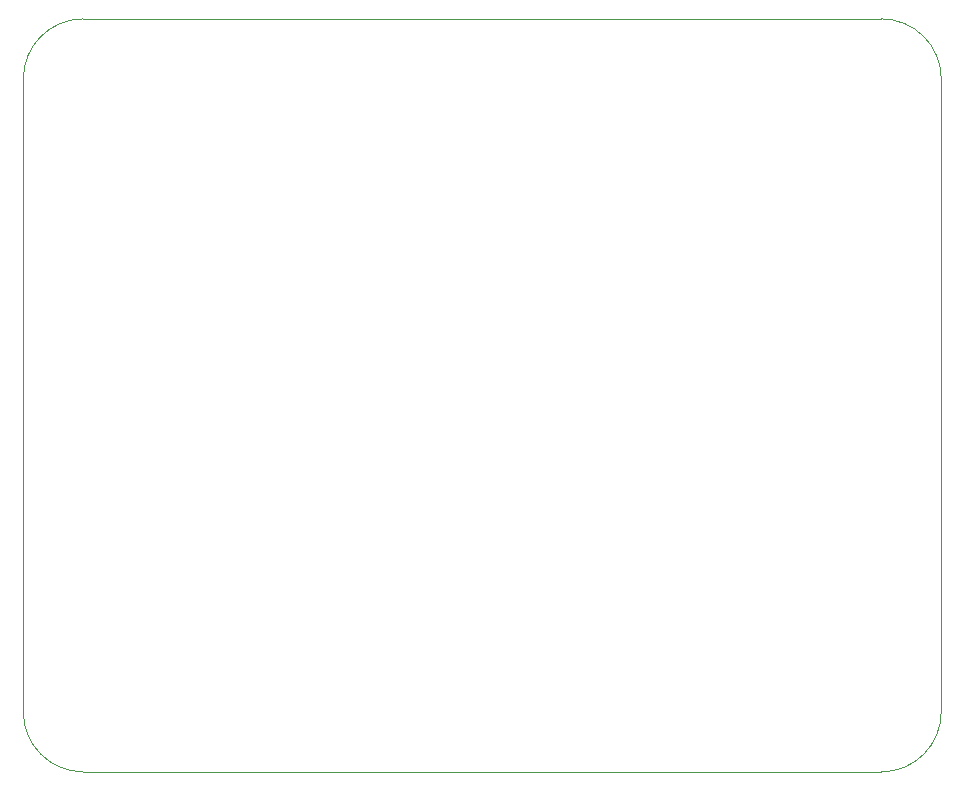
<source format=gbr>
G04 #@! TF.GenerationSoftware,KiCad,Pcbnew,(5.1.6)-1*
G04 #@! TF.CreationDate,2021-02-23T14:06:05-08:00*
G04 #@! TF.ProjectId,clap_detector,636c6170-5f64-4657-9465-63746f722e6b,rev?*
G04 #@! TF.SameCoordinates,Original*
G04 #@! TF.FileFunction,Profile,NP*
%FSLAX46Y46*%
G04 Gerber Fmt 4.6, Leading zero omitted, Abs format (unit mm)*
G04 Created by KiCad (PCBNEW (5.1.6)-1) date 2021-02-23 14:06:05*
%MOMM*%
%LPD*%
G01*
G04 APERTURE LIST*
G04 #@! TA.AperFunction,Profile*
%ADD10C,0.050000*%
G04 #@! TD*
G04 APERTURE END LIST*
D10*
X232664000Y-139700000D02*
G75*
G02*
X227584000Y-144780000I-5080000J0D01*
G01*
X160020000Y-144780000D02*
X227584000Y-144780000D01*
X154940000Y-139700000D02*
X154940000Y-86106000D01*
X160020000Y-144780000D02*
G75*
G02*
X154940000Y-139700000I0J5080000D01*
G01*
X160020000Y-81026000D02*
X227584000Y-81026000D01*
X232664000Y-86106000D02*
X232664000Y-139700000D01*
X227584000Y-81026000D02*
G75*
G02*
X232664000Y-86106000I0J-5080000D01*
G01*
X154940000Y-86106000D02*
G75*
G02*
X160020000Y-81026000I5080000J0D01*
G01*
M02*

</source>
